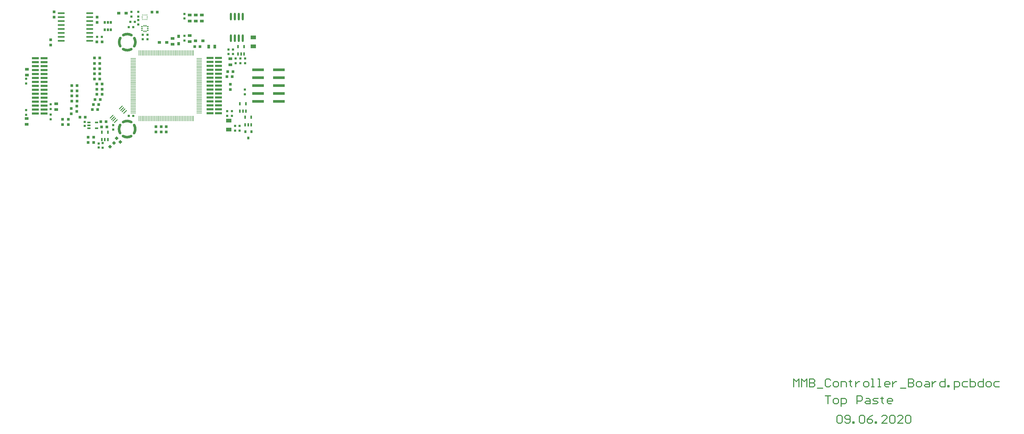
<source format=gtp>
G04*
G04 #@! TF.GenerationSoftware,Altium Limited,Altium Designer,20.1.11 (218)*
G04*
G04 Layer_Color=7318015*
%FSLAX25Y25*%
%MOIN*%
G70*
G04*
G04 #@! TF.SameCoordinates,26502B99-587C-4767-892E-7210AEBADD4C*
G04*
G04*
G04 #@! TF.FilePolarity,Positive*
G04*
G01*
G75*
%ADD17C,0.01200*%
%ADD18C,0.03347*%
%ADD19R,0.14564X0.03737*%
%ADD20O,0.00981X0.06887*%
%ADD21O,0.06887X0.00981*%
G04:AMPARAMS|DCode=22|XSize=37.37mil|YSize=33.43mil|CornerRadius=0mil|HoleSize=0mil|Usage=FLASHONLY|Rotation=225.000|XOffset=0mil|YOffset=0mil|HoleType=Round|Shape=Rectangle|*
%AMROTATEDRECTD22*
4,1,4,0.00139,0.02503,0.02503,0.00139,-0.00139,-0.02503,-0.02503,-0.00139,0.00139,0.02503,0.0*
%
%ADD22ROTATEDRECTD22*%

G04:AMPARAMS|DCode=23|XSize=29.5mil|YSize=29.5mil|CornerRadius=3.72mil|HoleSize=0mil|Usage=FLASHONLY|Rotation=0.000|XOffset=0mil|YOffset=0mil|HoleType=Round|Shape=RoundedRectangle|*
%AMROUNDEDRECTD23*
21,1,0.02950,0.02205,0,0,0.0*
21,1,0.02205,0.02950,0,0,0.0*
1,1,0.00745,0.01102,-0.01102*
1,1,0.00745,-0.01102,-0.01102*
1,1,0.00745,-0.01102,0.01102*
1,1,0.00745,0.01102,0.01102*
%
%ADD23ROUNDEDRECTD23*%
G04:AMPARAMS|DCode=24|XSize=29.5mil|YSize=29.5mil|CornerRadius=3.72mil|HoleSize=0mil|Usage=FLASHONLY|Rotation=270.000|XOffset=0mil|YOffset=0mil|HoleType=Round|Shape=RoundedRectangle|*
%AMROUNDEDRECTD24*
21,1,0.02950,0.02205,0,0,270.0*
21,1,0.02205,0.02950,0,0,270.0*
1,1,0.00745,-0.01102,-0.01102*
1,1,0.00745,-0.01102,0.01102*
1,1,0.00745,0.01102,0.01102*
1,1,0.00745,0.01102,-0.01102*
%
%ADD24ROUNDEDRECTD24*%
%ADD25R,0.03147X0.02753*%
%ADD26O,0.02556X0.09643*%
G04:AMPARAMS|DCode=27|XSize=13.75mil|YSize=9.81mil|CornerRadius=1.95mil|HoleSize=0mil|Usage=FLASHONLY|Rotation=180.000|XOffset=0mil|YOffset=0mil|HoleType=Round|Shape=RoundedRectangle|*
%AMROUNDEDRECTD27*
21,1,0.01375,0.00591,0,0,180.0*
21,1,0.00984,0.00981,0,0,180.0*
1,1,0.00391,-0.00492,0.00295*
1,1,0.00391,0.00492,0.00295*
1,1,0.00391,0.00492,-0.00295*
1,1,0.00391,-0.00492,-0.00295*
%
%ADD27ROUNDEDRECTD27*%
G04:AMPARAMS|DCode=28|XSize=13.75mil|YSize=9.81mil|CornerRadius=1.95mil|HoleSize=0mil|Usage=FLASHONLY|Rotation=90.000|XOffset=0mil|YOffset=0mil|HoleType=Round|Shape=RoundedRectangle|*
%AMROUNDEDRECTD28*
21,1,0.01375,0.00591,0,0,90.0*
21,1,0.00984,0.00981,0,0,90.0*
1,1,0.00391,0.00295,0.00492*
1,1,0.00391,0.00295,-0.00492*
1,1,0.00391,-0.00295,-0.00492*
1,1,0.00391,-0.00295,0.00492*
%
%ADD28ROUNDEDRECTD28*%
%ADD29R,0.08550X0.02700*%
%ADD30R,0.06887X0.04918*%
%ADD31R,0.03343X0.03737*%
%ADD32R,0.02556X0.03737*%
%ADD33O,0.08855X0.02162*%
G04:AMPARAMS|DCode=34|XSize=19.65mil|YSize=13.75mil|CornerRadius=2.94mil|HoleSize=0mil|Usage=FLASHONLY|Rotation=90.000|XOffset=0mil|YOffset=0mil|HoleType=Round|Shape=RoundedRectangle|*
%AMROUNDEDRECTD34*
21,1,0.01965,0.00787,0,0,90.0*
21,1,0.01378,0.01375,0,0,90.0*
1,1,0.00587,0.00394,0.00689*
1,1,0.00587,0.00394,-0.00689*
1,1,0.00587,-0.00394,-0.00689*
1,1,0.00587,-0.00394,0.00689*
%
%ADD34ROUNDEDRECTD34*%
G04:AMPARAMS|DCode=35|XSize=19.65mil|YSize=13.75mil|CornerRadius=2.94mil|HoleSize=0mil|Usage=FLASHONLY|Rotation=180.000|XOffset=0mil|YOffset=0mil|HoleType=Round|Shape=RoundedRectangle|*
%AMROUNDEDRECTD35*
21,1,0.01965,0.00787,0,0,180.0*
21,1,0.01378,0.01375,0,0,180.0*
1,1,0.00587,-0.00689,0.00394*
1,1,0.00587,0.00689,0.00394*
1,1,0.00587,0.00689,-0.00394*
1,1,0.00587,-0.00689,-0.00394*
%
%ADD35ROUNDEDRECTD35*%
G04:AMPARAMS|DCode=36|XSize=49.18mil|YSize=33.43mil|CornerRadius=2.54mil|HoleSize=0mil|Usage=FLASHONLY|Rotation=0.000|XOffset=0mil|YOffset=0mil|HoleType=Round|Shape=RoundedRectangle|*
%AMROUNDEDRECTD36*
21,1,0.04918,0.02835,0,0,0.0*
21,1,0.04409,0.03343,0,0,0.0*
1,1,0.00509,0.02205,-0.01417*
1,1,0.00509,-0.02205,-0.01417*
1,1,0.00509,-0.02205,0.01417*
1,1,0.00509,0.02205,0.01417*
%
%ADD36ROUNDEDRECTD36*%
G04:AMPARAMS|DCode=37|XSize=49.18mil|YSize=33.43mil|CornerRadius=2.54mil|HoleSize=0mil|Usage=FLASHONLY|Rotation=270.000|XOffset=0mil|YOffset=0mil|HoleType=Round|Shape=RoundedRectangle|*
%AMROUNDEDRECTD37*
21,1,0.04918,0.02835,0,0,270.0*
21,1,0.04409,0.03343,0,0,270.0*
1,1,0.00509,-0.01417,-0.02205*
1,1,0.00509,-0.01417,0.02205*
1,1,0.00509,0.01417,0.02205*
1,1,0.00509,0.01417,-0.02205*
%
%ADD37ROUNDEDRECTD37*%
%ADD38R,0.02556X0.03343*%
%ADD39R,0.04328X0.03737*%
%ADD40R,0.03737X0.04328*%
%ADD41R,0.03737X0.03343*%
%ADD42R,0.06887X0.04918*%
G04:AMPARAMS|DCode=43|XSize=37.37mil|YSize=33.43mil|CornerRadius=0mil|HoleSize=0mil|Usage=FLASHONLY|Rotation=315.000|XOffset=0mil|YOffset=0mil|HoleType=Round|Shape=Rectangle|*
%AMROTATEDRECTD43*
4,1,4,-0.02503,0.00139,-0.00139,0.02503,0.02503,-0.00139,0.00139,-0.02503,-0.02503,0.00139,0.0*
%
%ADD43ROTATEDRECTD43*%

%ADD44R,0.02359X0.04131*%
G04:AMPARAMS|DCode=45|XSize=13.75mil|YSize=60.99mil|CornerRadius=0mil|HoleSize=0mil|Usage=FLASHONLY|Rotation=315.000|XOffset=0mil|YOffset=0mil|HoleType=Round|Shape=Round|*
%AMOVALD45*
21,1,0.04724,0.01375,0.00000,0.00000,45.0*
1,1,0.01375,-0.01670,-0.01670*
1,1,0.01375,0.01670,0.01670*
%
%ADD45OVALD45*%

%ADD46R,0.04131X0.02359*%
D17*
X1015016Y-294278D02*
X1021680D01*
X1018348D01*
Y-304275D01*
X1026679D02*
X1030011D01*
X1031677Y-302609D01*
Y-299276D01*
X1030011Y-297610D01*
X1026679D01*
X1025012Y-299276D01*
Y-302609D01*
X1026679Y-304275D01*
X1035009Y-307607D02*
Y-297610D01*
X1040008D01*
X1041674Y-299276D01*
Y-302609D01*
X1040008Y-304275D01*
X1035009D01*
X1055003D02*
Y-294278D01*
X1060001D01*
X1061667Y-295944D01*
Y-299276D01*
X1060001Y-300943D01*
X1055003D01*
X1066666Y-297610D02*
X1069998D01*
X1071664Y-299276D01*
Y-304275D01*
X1066666D01*
X1065000Y-302609D01*
X1066666Y-300943D01*
X1071664D01*
X1074996Y-304275D02*
X1079995D01*
X1081661Y-302609D01*
X1079995Y-300943D01*
X1076663D01*
X1074996Y-299276D01*
X1076663Y-297610D01*
X1081661D01*
X1086659Y-295944D02*
Y-297610D01*
X1084993D01*
X1088325D01*
X1086659D01*
Y-302609D01*
X1088325Y-304275D01*
X1098322D02*
X1094990D01*
X1093324Y-302609D01*
Y-299276D01*
X1094990Y-297610D01*
X1098322D01*
X1099988Y-299276D01*
Y-300943D01*
X1093324D01*
X1029716Y-320444D02*
X1031382Y-318778D01*
X1034714D01*
X1036380Y-320444D01*
Y-327109D01*
X1034714Y-328775D01*
X1031382D01*
X1029716Y-327109D01*
Y-320444D01*
X1039713Y-327109D02*
X1041379Y-328775D01*
X1044711D01*
X1046377Y-327109D01*
Y-320444D01*
X1044711Y-318778D01*
X1041379D01*
X1039713Y-320444D01*
Y-322110D01*
X1041379Y-323776D01*
X1046377D01*
X1049709Y-328775D02*
Y-327109D01*
X1051375D01*
Y-328775D01*
X1049709D01*
X1058040Y-320444D02*
X1059706Y-318778D01*
X1063038D01*
X1064704Y-320444D01*
Y-327109D01*
X1063038Y-328775D01*
X1059706D01*
X1058040Y-327109D01*
Y-320444D01*
X1074701Y-318778D02*
X1071369Y-320444D01*
X1068037Y-323776D01*
Y-327109D01*
X1069703Y-328775D01*
X1073035D01*
X1074701Y-327109D01*
Y-325443D01*
X1073035Y-323776D01*
X1068037D01*
X1078034Y-328775D02*
Y-327109D01*
X1079700D01*
Y-328775D01*
X1078034D01*
X1093029D02*
X1086364D01*
X1093029Y-322110D01*
Y-320444D01*
X1091362Y-318778D01*
X1088030D01*
X1086364Y-320444D01*
X1096361D02*
X1098027Y-318778D01*
X1101359D01*
X1103025Y-320444D01*
Y-327109D01*
X1101359Y-328775D01*
X1098027D01*
X1096361Y-327109D01*
Y-320444D01*
X1113022Y-328775D02*
X1106358D01*
X1113022Y-322110D01*
Y-320444D01*
X1111356Y-318778D01*
X1108024D01*
X1106358Y-320444D01*
X1116354D02*
X1118021Y-318778D01*
X1121353D01*
X1123019Y-320444D01*
Y-327109D01*
X1121353Y-328775D01*
X1118021D01*
X1116354Y-327109D01*
Y-320444D01*
X974816Y-282875D02*
Y-272878D01*
X978148Y-276210D01*
X981480Y-272878D01*
Y-282875D01*
X984813D02*
Y-272878D01*
X988145Y-276210D01*
X991477Y-272878D01*
Y-282875D01*
X994809Y-272878D02*
Y-282875D01*
X999808D01*
X1001474Y-281209D01*
Y-279542D01*
X999808Y-277876D01*
X994809D01*
X999808D01*
X1001474Y-276210D01*
Y-274544D01*
X999808Y-272878D01*
X994809D01*
X1004806Y-284541D02*
X1011471D01*
X1021467Y-274544D02*
X1019801Y-272878D01*
X1016469D01*
X1014803Y-274544D01*
Y-281209D01*
X1016469Y-282875D01*
X1019801D01*
X1021467Y-281209D01*
X1026466Y-282875D02*
X1029798D01*
X1031464Y-281209D01*
Y-277876D01*
X1029798Y-276210D01*
X1026466D01*
X1024800Y-277876D01*
Y-281209D01*
X1026466Y-282875D01*
X1034796D02*
Y-276210D01*
X1039795D01*
X1041461Y-277876D01*
Y-282875D01*
X1046459Y-274544D02*
Y-276210D01*
X1044793D01*
X1048125D01*
X1046459D01*
Y-281209D01*
X1048125Y-282875D01*
X1053124Y-276210D02*
Y-282875D01*
Y-279542D01*
X1054790Y-277876D01*
X1056456Y-276210D01*
X1058122D01*
X1064787Y-282875D02*
X1068119D01*
X1069785Y-281209D01*
Y-277876D01*
X1068119Y-276210D01*
X1064787D01*
X1063121Y-277876D01*
Y-281209D01*
X1064787Y-282875D01*
X1073117D02*
X1076450D01*
X1074784D01*
Y-272878D01*
X1073117D01*
X1081448Y-282875D02*
X1084780D01*
X1083114D01*
Y-272878D01*
X1081448D01*
X1094777Y-282875D02*
X1091445D01*
X1089779Y-281209D01*
Y-277876D01*
X1091445Y-276210D01*
X1094777D01*
X1096443Y-277876D01*
Y-279542D01*
X1089779D01*
X1099775Y-276210D02*
Y-282875D01*
Y-279542D01*
X1101441Y-277876D01*
X1103108Y-276210D01*
X1104774D01*
X1109772Y-284541D02*
X1116437D01*
X1119769Y-272878D02*
Y-282875D01*
X1124767D01*
X1126433Y-281209D01*
Y-279542D01*
X1124767Y-277876D01*
X1119769D01*
X1124767D01*
X1126433Y-276210D01*
Y-274544D01*
X1124767Y-272878D01*
X1119769D01*
X1131432Y-282875D02*
X1134764D01*
X1136430Y-281209D01*
Y-277876D01*
X1134764Y-276210D01*
X1131432D01*
X1129766Y-277876D01*
Y-281209D01*
X1131432Y-282875D01*
X1141429Y-276210D02*
X1144761D01*
X1146427Y-277876D01*
Y-282875D01*
X1141429D01*
X1139762Y-281209D01*
X1141429Y-279542D01*
X1146427D01*
X1149759Y-276210D02*
Y-282875D01*
Y-279542D01*
X1151425Y-277876D01*
X1153092Y-276210D01*
X1154758D01*
X1166420Y-272878D02*
Y-282875D01*
X1161422D01*
X1159756Y-281209D01*
Y-277876D01*
X1161422Y-276210D01*
X1166420D01*
X1169753Y-282875D02*
Y-281209D01*
X1171419D01*
Y-282875D01*
X1169753D01*
X1178083Y-286207D02*
Y-276210D01*
X1183082D01*
X1184748Y-277876D01*
Y-281209D01*
X1183082Y-282875D01*
X1178083D01*
X1194745Y-276210D02*
X1189746D01*
X1188080Y-277876D01*
Y-281209D01*
X1189746Y-282875D01*
X1194745D01*
X1198077Y-272878D02*
Y-282875D01*
X1203075D01*
X1204741Y-281209D01*
Y-279542D01*
Y-277876D01*
X1203075Y-276210D01*
X1198077D01*
X1214738Y-272878D02*
Y-282875D01*
X1209740D01*
X1208074Y-281209D01*
Y-277876D01*
X1209740Y-276210D01*
X1214738D01*
X1219737Y-282875D02*
X1223069D01*
X1224735Y-281209D01*
Y-277876D01*
X1223069Y-276210D01*
X1219737D01*
X1218071Y-277876D01*
Y-281209D01*
X1219737Y-282875D01*
X1234732Y-276210D02*
X1229733D01*
X1228067Y-277876D01*
Y-281209D01*
X1229733Y-282875D01*
X1234732D01*
D18*
X127667Y34691D02*
G03*
X137911Y34593I5207J8813D01*
G01*
X124061Y48711D02*
G03*
X123963Y38467I8813J-5207D01*
G01*
X138082Y52317D02*
G03*
X127837Y52415I-5207J-8813D01*
G01*
X141687Y38296D02*
G03*
X141785Y48541I-8813J5207D01*
G01*
X127863Y144731D02*
G03*
X138108Y144632I5207J8813D01*
G01*
X124258Y158751D02*
G03*
X124160Y148506I8813J-5207D01*
G01*
X138278Y162356D02*
G03*
X128034Y162455I-5207J-8813D01*
G01*
X141884Y148336D02*
G03*
X141982Y158580I-8813J5207D01*
G01*
D19*
X298130Y98425D02*
D03*
X324705D02*
D03*
X298130Y88425D02*
D03*
X324705D02*
D03*
X298130Y78425D02*
D03*
X324705D02*
D03*
Y108425D02*
D03*
Y118425D02*
D03*
X298130Y108425D02*
D03*
Y118425D02*
D03*
D20*
X147835Y139961D02*
D03*
X149803D02*
D03*
X151772D02*
D03*
X153740D02*
D03*
X155709D02*
D03*
X157677D02*
D03*
X159646D02*
D03*
X161614D02*
D03*
X163583D02*
D03*
X165551D02*
D03*
X167520D02*
D03*
X169488D02*
D03*
X171457D02*
D03*
X173425D02*
D03*
X175394D02*
D03*
X177362D02*
D03*
X179331D02*
D03*
X181299D02*
D03*
X183268D02*
D03*
X185236D02*
D03*
X187205D02*
D03*
X189173D02*
D03*
X191142D02*
D03*
X193110D02*
D03*
X195079D02*
D03*
X197047D02*
D03*
X199016D02*
D03*
X200984D02*
D03*
X202953D02*
D03*
X204921D02*
D03*
X206890D02*
D03*
X208858D02*
D03*
X210827D02*
D03*
X212795D02*
D03*
X214764D02*
D03*
X216732D02*
D03*
Y56890D02*
D03*
X214764D02*
D03*
X212795D02*
D03*
X210827D02*
D03*
X208858D02*
D03*
X206890D02*
D03*
X204921D02*
D03*
X202953D02*
D03*
X200984D02*
D03*
X199016D02*
D03*
X197047D02*
D03*
X195079D02*
D03*
X193110D02*
D03*
X191142D02*
D03*
X189173D02*
D03*
X187205D02*
D03*
X185236D02*
D03*
X183268D02*
D03*
X181299D02*
D03*
X179331D02*
D03*
X177362D02*
D03*
X175394D02*
D03*
X173425D02*
D03*
X171457D02*
D03*
X169488D02*
D03*
X167520D02*
D03*
X165551D02*
D03*
X163583D02*
D03*
X161614D02*
D03*
X159646D02*
D03*
X157677D02*
D03*
X155709D02*
D03*
X153740D02*
D03*
X151772D02*
D03*
X149803D02*
D03*
X147835D02*
D03*
D21*
X223819Y132874D02*
D03*
Y130905D02*
D03*
Y128937D02*
D03*
Y126969D02*
D03*
Y125000D02*
D03*
Y123031D02*
D03*
Y121063D02*
D03*
Y119095D02*
D03*
Y117126D02*
D03*
Y115157D02*
D03*
Y113189D02*
D03*
Y111221D02*
D03*
Y109252D02*
D03*
Y107283D02*
D03*
Y105315D02*
D03*
Y103347D02*
D03*
Y101378D02*
D03*
Y99410D02*
D03*
Y97441D02*
D03*
Y95473D02*
D03*
Y93504D02*
D03*
Y91535D02*
D03*
Y89567D02*
D03*
Y87598D02*
D03*
Y85630D02*
D03*
Y83661D02*
D03*
Y81693D02*
D03*
Y79724D02*
D03*
Y77756D02*
D03*
Y75787D02*
D03*
Y73819D02*
D03*
Y71850D02*
D03*
Y69882D02*
D03*
Y67913D02*
D03*
Y65945D02*
D03*
Y63976D02*
D03*
X140748D02*
D03*
Y65945D02*
D03*
Y67913D02*
D03*
Y69882D02*
D03*
Y71850D02*
D03*
Y73819D02*
D03*
Y75787D02*
D03*
Y77756D02*
D03*
Y79724D02*
D03*
Y81693D02*
D03*
Y83661D02*
D03*
Y85630D02*
D03*
Y87598D02*
D03*
Y89567D02*
D03*
Y91535D02*
D03*
Y93504D02*
D03*
Y95473D02*
D03*
Y97441D02*
D03*
Y99410D02*
D03*
Y101378D02*
D03*
Y103347D02*
D03*
Y105315D02*
D03*
Y107283D02*
D03*
Y109252D02*
D03*
Y111221D02*
D03*
Y113189D02*
D03*
Y115157D02*
D03*
Y117126D02*
D03*
Y119095D02*
D03*
Y121063D02*
D03*
Y123031D02*
D03*
Y125000D02*
D03*
Y126969D02*
D03*
Y128937D02*
D03*
Y130905D02*
D03*
Y132874D02*
D03*
D22*
X119681Y31894D02*
D03*
X124414Y27161D02*
D03*
D23*
X146850Y191929D02*
D03*
Y186024D02*
D03*
X101969Y25787D02*
D03*
Y19882D02*
D03*
X115354Y48622D02*
D03*
Y42717D02*
D03*
X281500Y87547D02*
D03*
Y93453D02*
D03*
X5118Y101181D02*
D03*
Y107087D02*
D03*
X36417Y74803D02*
D03*
Y68898D02*
D03*
Y55905D02*
D03*
Y61811D02*
D03*
X5118Y67520D02*
D03*
Y61614D02*
D03*
X205118Y155512D02*
D03*
Y161417D02*
D03*
Y189370D02*
D03*
Y183465D02*
D03*
X138189Y191929D02*
D03*
Y186024D02*
D03*
X146850Y181693D02*
D03*
Y175787D02*
D03*
X274803Y41535D02*
D03*
Y47441D02*
D03*
X269094Y41535D02*
D03*
Y47441D02*
D03*
X270079Y132874D02*
D03*
Y126969D02*
D03*
X275984Y132874D02*
D03*
Y126969D02*
D03*
X281890Y132874D02*
D03*
Y126969D02*
D03*
X259252Y60236D02*
D03*
Y66142D02*
D03*
X265158Y60236D02*
D03*
Y66142D02*
D03*
X266535Y144291D02*
D03*
Y138386D02*
D03*
X261024Y144291D02*
D03*
Y138386D02*
D03*
D24*
X152559Y162992D02*
D03*
X158465D02*
D03*
X142717Y179134D02*
D03*
X136811D02*
D03*
X100984Y160236D02*
D03*
X95079D02*
D03*
X134843Y60236D02*
D03*
X140748D02*
D03*
Y172441D02*
D03*
X134843D02*
D03*
X158661Y157087D02*
D03*
X152756D02*
D03*
D25*
X79331Y52461D02*
D03*
Y47539D02*
D03*
X96850Y25098D02*
D03*
Y20177D02*
D03*
D26*
X263957Y158661D02*
D03*
X268957D02*
D03*
X273957D02*
D03*
X278957D02*
D03*
X263957Y185827D02*
D03*
X268957D02*
D03*
X273957D02*
D03*
X278957D02*
D03*
D27*
X158268Y186024D02*
D03*
Y184055D02*
D03*
X151969D02*
D03*
Y186024D02*
D03*
D28*
X158071Y182087D02*
D03*
X156102D02*
D03*
X154134D02*
D03*
X152165D02*
D03*
Y187992D02*
D03*
X154134D02*
D03*
X156102D02*
D03*
X158071D02*
D03*
D29*
X237598Y63464D02*
D03*
X248348Y63465D02*
D03*
X237598Y68465D02*
D03*
X248348Y68464D02*
D03*
X237598Y73465D02*
D03*
X248348Y73465D02*
D03*
X237598Y78465D02*
D03*
X248348Y78465D02*
D03*
X237598Y83465D02*
D03*
X248348Y83465D02*
D03*
X237598Y88465D02*
D03*
X248348Y88464D02*
D03*
X237598Y93464D02*
D03*
X248348Y93465D02*
D03*
X237560Y98465D02*
D03*
X248348Y98465D02*
D03*
X237598Y103464D02*
D03*
X248348Y103464D02*
D03*
X237598Y108465D02*
D03*
X248348Y108465D02*
D03*
X237598Y113464D02*
D03*
X248348Y113464D02*
D03*
X237598Y118465D02*
D03*
X248348Y118465D02*
D03*
X237598Y123465D02*
D03*
X248348Y123465D02*
D03*
X237598Y128465D02*
D03*
X248348Y128465D02*
D03*
X237598Y133465D02*
D03*
X248348Y133465D02*
D03*
X27816Y133317D02*
D03*
X17066Y133317D02*
D03*
X27816Y128317D02*
D03*
X17066Y128317D02*
D03*
X27816Y123317D02*
D03*
X17066Y123317D02*
D03*
X27816Y118317D02*
D03*
X17066Y118317D02*
D03*
X27816Y113317D02*
D03*
X17066Y113317D02*
D03*
X27816Y108317D02*
D03*
X17066Y108317D02*
D03*
X27816Y103317D02*
D03*
X17066Y103317D02*
D03*
X27816Y98317D02*
D03*
X17028Y98317D02*
D03*
X27816Y93317D02*
D03*
X17066Y93317D02*
D03*
X27816Y88317D02*
D03*
X17066Y88317D02*
D03*
X27816Y83317D02*
D03*
X17066Y83317D02*
D03*
X27816Y78317D02*
D03*
X17066Y78317D02*
D03*
X27816Y73317D02*
D03*
X17066Y73317D02*
D03*
X27816Y68317D02*
D03*
X17066Y68317D02*
D03*
X27816Y63317D02*
D03*
X17066Y63317D02*
D03*
D30*
X292126Y148228D02*
D03*
Y159646D02*
D03*
D31*
X62795Y78937D02*
D03*
X69488D02*
D03*
X94488Y153937D02*
D03*
X101181D02*
D03*
X100591Y46260D02*
D03*
X107283D02*
D03*
X99606Y52756D02*
D03*
X106299D02*
D03*
X218110Y148031D02*
D03*
X224803D02*
D03*
X170866Y191535D02*
D03*
X164173D02*
D03*
X266732Y116142D02*
D03*
X260039D02*
D03*
X265748Y110039D02*
D03*
X259055D02*
D03*
X69488Y98425D02*
D03*
X62795D02*
D03*
X69488Y91929D02*
D03*
X62795D02*
D03*
X69488Y85433D02*
D03*
X62795D02*
D03*
X98228Y133465D02*
D03*
X91535D02*
D03*
X98228Y126575D02*
D03*
X91535D02*
D03*
X98228Y119882D02*
D03*
X91535D02*
D03*
X98228Y113386D02*
D03*
X91535D02*
D03*
X98228Y106890D02*
D03*
X91535D02*
D03*
X101181Y100394D02*
D03*
X94488D02*
D03*
X101378Y93898D02*
D03*
X94685D02*
D03*
X101378Y87402D02*
D03*
X94685D02*
D03*
X99016Y80905D02*
D03*
X92323D02*
D03*
X97047Y74410D02*
D03*
X90354D02*
D03*
X73228Y58465D02*
D03*
X79921D02*
D03*
X95472Y68110D02*
D03*
X88779D02*
D03*
D32*
X112205Y169095D02*
D03*
X108465D02*
D03*
X104724D02*
D03*
Y178543D02*
D03*
X108465D02*
D03*
X112205D02*
D03*
D33*
X49705Y190138D02*
D03*
X49705Y185138D02*
D03*
X49705Y180138D02*
D03*
X49705Y175138D02*
D03*
X49705Y170138D02*
D03*
X49705Y165138D02*
D03*
X49705Y160138D02*
D03*
X49705Y155138D02*
D03*
X85728Y190138D02*
D03*
X85728Y185138D02*
D03*
X85728Y180138D02*
D03*
X85728Y175138D02*
D03*
X85728Y170138D02*
D03*
X85728Y165138D02*
D03*
X85728Y160138D02*
D03*
X85728Y155138D02*
D03*
D34*
X154134Y167126D02*
D03*
X156496D02*
D03*
X154134Y174370D02*
D03*
X156496D02*
D03*
D35*
X158937Y170748D02*
D03*
Y173110D02*
D03*
Y168386D02*
D03*
X151693D02*
D03*
Y173110D02*
D03*
Y170748D02*
D03*
D36*
X263386Y132480D02*
D03*
Y125000D02*
D03*
X6102Y119291D02*
D03*
Y111811D02*
D03*
X43307Y75590D02*
D03*
Y68110D02*
D03*
X5906Y49409D02*
D03*
Y56890D02*
D03*
X190157Y158268D02*
D03*
Y150787D02*
D03*
X211811Y154331D02*
D03*
Y161811D02*
D03*
Y187795D02*
D03*
Y180315D02*
D03*
X219488Y187795D02*
D03*
Y180315D02*
D03*
X227165Y187795D02*
D03*
Y180315D02*
D03*
D37*
X243504Y148031D02*
D03*
X236024D02*
D03*
D38*
X286024Y32283D02*
D03*
X282283Y40157D02*
D03*
X289764D02*
D03*
D39*
X173524Y153150D02*
D03*
X182775Y153150D02*
D03*
X219390Y155118D02*
D03*
X228642Y155118D02*
D03*
X131595Y190354D02*
D03*
X122343Y190354D02*
D03*
D40*
X198031Y160925D02*
D03*
X198031Y151673D02*
D03*
D41*
X36220Y156496D02*
D03*
Y149803D02*
D03*
X95079Y185236D02*
D03*
Y178543D02*
D03*
X40551Y191929D02*
D03*
Y185236D02*
D03*
X263386Y93504D02*
D03*
Y100197D02*
D03*
X69291Y72441D02*
D03*
Y65748D02*
D03*
X62402Y69685D02*
D03*
Y62992D02*
D03*
X58465Y55905D02*
D03*
Y49213D02*
D03*
X51378Y55905D02*
D03*
Y49213D02*
D03*
X169095Y39961D02*
D03*
Y46654D02*
D03*
X175787Y39961D02*
D03*
Y46654D02*
D03*
X182283Y39961D02*
D03*
Y46654D02*
D03*
X83661Y33071D02*
D03*
Y26378D02*
D03*
X90551Y26378D02*
D03*
Y33071D02*
D03*
D42*
X261221Y42913D02*
D03*
Y54331D02*
D03*
D43*
X111413Y21256D02*
D03*
X116146Y25988D02*
D03*
D44*
X100984Y39567D02*
D03*
X108465D02*
D03*
Y30118D02*
D03*
X104724D02*
D03*
X100984D02*
D03*
X282087Y49016D02*
D03*
X285827D02*
D03*
X289567D02*
D03*
Y58465D02*
D03*
X282087D02*
D03*
X275394Y75590D02*
D03*
X282874D02*
D03*
Y66142D02*
D03*
X279134D02*
D03*
X275394D02*
D03*
X273031Y147835D02*
D03*
X280512D02*
D03*
Y138386D02*
D03*
X276772D02*
D03*
X273031D02*
D03*
D45*
X113093Y59073D02*
D03*
X114903Y57263D02*
D03*
X116712Y55454D02*
D03*
X118522Y53644D02*
D03*
X124785Y70765D02*
D03*
X126595Y68956D02*
D03*
X128404Y67146D02*
D03*
X130214Y65337D02*
D03*
D46*
X94095Y51968D02*
D03*
Y44488D02*
D03*
X84646D02*
D03*
Y48228D02*
D03*
Y51968D02*
D03*
M02*

</source>
